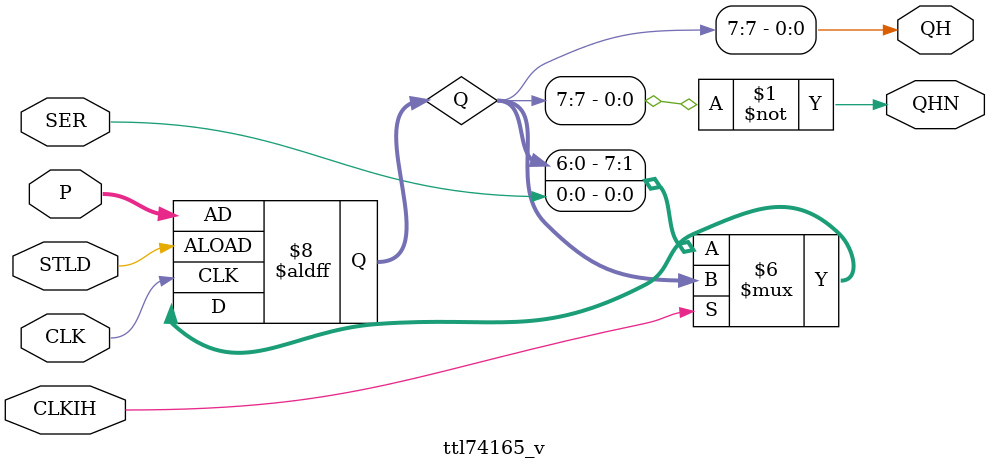
<source format=v>
module ttl74165_v (
  input CLK,
  input CLKIH,
  input SER,
  input STLD, // async
  input [7:0] P,
  output QH,
  output QHN
  );
  reg [7:0] Q;
  assign QH = Q[7];
  assign QHN = ~Q[7];
  always @ ( posedge CLK, negedge STLD) begin
    if(!STLD) Q <= P;
    else begin
      if(!CLKIH) Q <= {Q[6:0], SER};
      else Q <= Q;
    end
  end


endmodule //ttl74165_v

</source>
